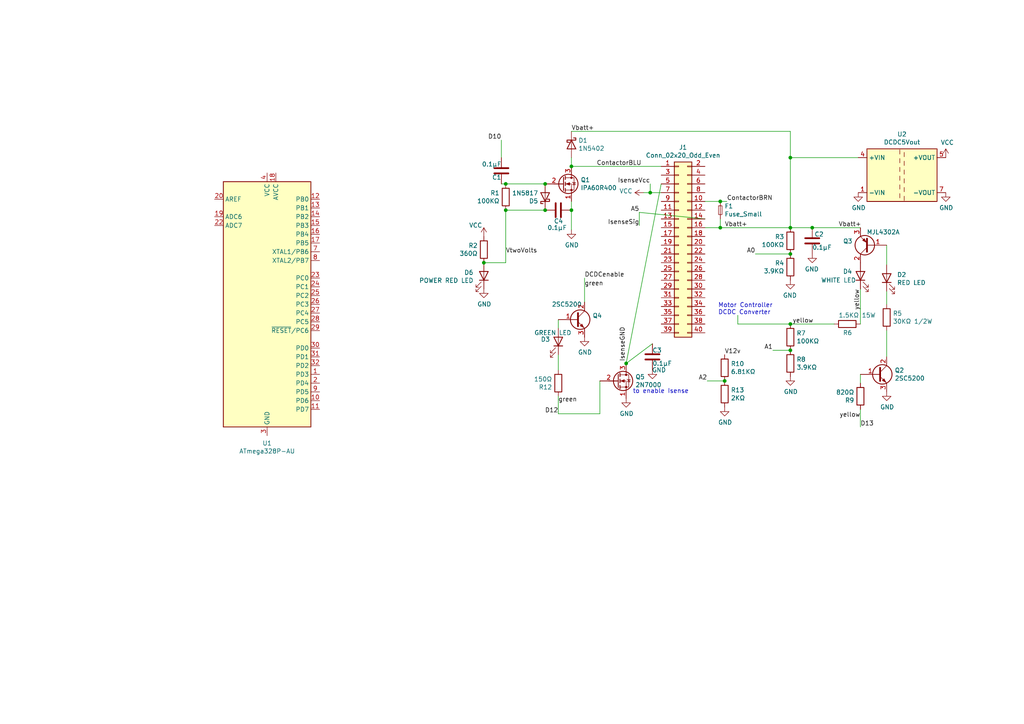
<source format=kicad_sch>
(kicad_sch (version 20230121) (generator eeschema)
  (paper "A4")
  (lib_symbols
    (symbol "Connector_Generic:Conn_02x20_Odd_Even" (pin_names (offset 1.016) hide)
      (property "Reference" "J" (at 1.27 25.4 0))
      (property "Value" "Conn_02x20_Odd_Even" (at 1.27 -27.94 0))
      (symbol "Conn_02x20_Odd_Even_1_1"
        (rectangle (start -1.27 -25.273) (end 0 -25.527) (stroke (width 0.1524)))
        (rectangle (start -1.27 -22.733) (end 0 -22.987) (stroke (width 0.1524)))
        (rectangle (start -1.27 -20.193) (end 0 -20.447) (stroke (width 0.1524)))
        (rectangle (start -1.27 -17.653) (end 0 -17.907) (stroke (width 0.1524)))
        (rectangle (start -1.27 -15.113) (end 0 -15.367) (stroke (width 0.1524)))
        (rectangle (start -1.27 -12.573) (end 0 -12.827) (stroke (width 0.1524)))
        (rectangle (start -1.27 -10.033) (end 0 -10.287) (stroke (width 0.1524)))
        (rectangle (start -1.27 -7.493) (end 0 -7.747) (stroke (width 0.1524)))
        (rectangle (start -1.27 -4.953) (end 0 -5.207) (stroke (width 0.1524)))
        (rectangle (start -1.27 -2.413) (end 0 -2.667) (stroke (width 0.1524)))
        (rectangle (start -1.27 0.127) (end 0 -0.127) (stroke (width 0.1524)))
        (rectangle (start -1.27 2.667) (end 0 2.413) (stroke (width 0.1524)))
        (rectangle (start -1.27 5.207) (end 0 4.953) (stroke (width 0.1524)))
        (rectangle (start -1.27 7.747) (end 0 7.493) (stroke (width 0.1524)))
        (rectangle (start -1.27 10.287) (end 0 10.033) (stroke (width 0.1524)))
        (rectangle (start -1.27 12.827) (end 0 12.573) (stroke (width 0.1524)))
        (rectangle (start -1.27 15.367) (end 0 15.113) (stroke (width 0.1524)))
        (rectangle (start -1.27 17.907) (end 0 17.653) (stroke (width 0.1524)))
        (rectangle (start -1.27 20.447) (end 0 20.193) (stroke (width 0.1524)))
        (rectangle (start -1.27 22.987) (end 0 22.733) (stroke (width 0.1524)))
        (rectangle (start -1.27 24.13) (end 3.81 -26.67) (stroke (width 0.254)) (fill (type background)))
        (rectangle (start 3.81 -25.273) (end 2.54 -25.527) (stroke (width 0.1524)))
        (rectangle (start 3.81 -22.733) (end 2.54 -22.987) (stroke (width 0.1524)))
        (rectangle (start 3.81 -20.193) (end 2.54 -20.447) (stroke (width 0.1524)))
        (rectangle (start 3.81 -17.653) (end 2.54 -17.907) (stroke (width 0.1524)))
        (rectangle (start 3.81 -15.113) (end 2.54 -15.367) (stroke (width 0.1524)))
        (rectangle (start 3.81 -12.573) (end 2.54 -12.827) (stroke (width 0.1524)))
        (rectangle (start 3.81 -10.033) (end 2.54 -10.287) (stroke (width 0.1524)))
        (rectangle (start 3.81 -7.493) (end 2.54 -7.747) (stroke (width 0.1524)))
        (rectangle (start 3.81 -4.953) (end 2.54 -5.207) (stroke (width 0.1524)))
        (rectangle (start 3.81 -2.413) (end 2.54 -2.667) (stroke (width 0.1524)))
        (rectangle (start 3.81 0.127) (end 2.54 -0.127) (stroke (width 0.1524)))
        (rectangle (start 3.81 2.667) (end 2.54 2.413) (stroke (width 0.1524)))
        (rectangle (start 3.81 5.207) (end 2.54 4.953) (stroke (width 0.1524)))
        (rectangle (start 3.81 7.747) (end 2.54 7.493) (stroke (width 0.1524)))
        (rectangle (start 3.81 10.287) (end 2.54 10.033) (stroke (width 0.1524)))
        (rectangle (start 3.81 12.827) (end 2.54 12.573) (stroke (width 0.1524)))
        (rectangle (start 3.81 15.367) (end 2.54 15.113) (stroke (width 0.1524)))
        (rectangle (start 3.81 17.907) (end 2.54 17.653) (stroke (width 0.1524)))
        (rectangle (start 3.81 20.447) (end 2.54 20.193) (stroke (width 0.1524)))
        (rectangle (start 3.81 22.987) (end 2.54 22.733) (stroke (width 0.1524)))
        (pin passive line (at -5.08 22.86 0) (length 3.81) (name "Pin_1") (number "1"))
        (pin passive line (at 7.62 12.7 180) (length 3.81) (name "Pin_10") (number "10"))
        (pin passive line (at -5.08 10.16 0) (length 3.81) (name "Pin_11") (number "11"))
        (pin passive line (at 7.62 10.16 180) (length 3.81) (name "Pin_12") (number "12"))
        (pin passive line (at -5.08 7.62 0) (length 3.81) (name "Pin_13") (number "13"))
        (pin passive line (at 7.62 7.62 180) (length 3.81) (name "Pin_14") (number "14"))
        (pin passive line (at -5.08 5.08 0) (length 3.81) (name "Pin_15") (number "15"))
        (pin passive line (at 7.62 5.08 180) (length 3.81) (name "Pin_16") (number "16"))
        (pin passive line (at -5.08 2.54 0) (length 3.81) (name "Pin_17") (number "17"))
        (pin passive line (at 7.62 2.54 180) (length 3.81) (name "Pin_18") (number "18"))
        (pin passive line (at -5.08 0 0) (length 3.81) (name "Pin_19") (number "19"))
        (pin passive line (at 7.62 22.86 180) (length 3.81) (name "Pin_2") (number "2"))
        (pin passive line (at 7.62 0 180) (length 3.81) (name "Pin_20") (number "20"))
        (pin passive line (at -5.08 -2.54 0) (length 3.81) (name "Pin_21") (number "21"))
        (pin passive line (at 7.62 -2.54 180) (length 3.81) (name "Pin_22") (number "22"))
        (pin passive line (at -5.08 -5.08 0) (length 3.81) (name "Pin_23") (number "23"))
        (pin passive line (at 7.62 -5.08 180) (length 3.81) (name "Pin_24") (number "24"))
        (pin passive line (at -5.08 -7.62 0) (length 3.81) (name "Pin_25") (number "25"))
        (pin passive line (at 7.62 -7.62 180) (length 3.81) (name "Pin_26") (number "26"))
        (pin passive line (at -5.08 -10.16 0) (length 3.81) (name "Pin_27") (number "27"))
        (pin passive line (at 7.62 -10.16 180) (length 3.81) (name "Pin_28") (number "28"))
        (pin passive line (at -5.08 -12.7 0) (length 3.81) (name "Pin_29") (number "29"))
        (pin passive line (at -5.08 20.32 0) (length 3.81) (name "Pin_3") (number "3"))
        (pin passive line (at 7.62 -12.7 180) (length 3.81) (name "Pin_30") (number "30"))
        (pin passive line (at -5.08 -15.24 0) (length 3.81) (name "Pin_31") (number "31"))
        (pin passive line (at 7.62 -15.24 180) (length 3.81) (name "Pin_32") (number "32"))
        (pin passive line (at -5.08 -17.78 0) (length 3.81) (name "Pin_33") (number "33"))
        (pin passive line (at 7.62 -17.78 180) (length 3.81) (name "Pin_34") (number "34"))
        (pin passive line (at -5.08 -20.32 0) (length 3.81) (name "Pin_35") (number "35"))
        (pin passive line (at 7.62 -20.32 180) (length 3.81) (name "Pin_36") (number "36"))
        (pin passive line (at -5.08 -22.86 0) (length 3.81) (name "Pin_37") (number "37"))
        (pin passive line (at 7.62 -22.86 180) (length 3.81) (name "Pin_38") (number "38"))
        (pin passive line (at -5.08 -25.4 0) (length 3.81) (name "Pin_39") (number "39"))
        (pin passive line (at 7.62 20.32 180) (length 3.81) (name "Pin_4") (number "4"))
        (pin passive line (at 7.62 -25.4 180) (length 3.81) (name "Pin_40") (number "40"))
        (pin passive line (at -5.08 17.78 0) (length 3.81) (name "Pin_5") (number "5"))
        (pin passive line (at 7.62 17.78 180) (length 3.81) (name "Pin_6") (number "6"))
        (pin passive line (at -5.08 15.24 0) (length 3.81) (name "Pin_7") (number "7"))
        (pin passive line (at 7.62 15.24 180) (length 3.81) (name "Pin_8") (number "8"))
        (pin passive line (at -5.08 12.7 0) (length 3.81) (name "Pin_9") (number "9"))
      )
    )
    (symbol "Device:C" (pin_numbers hide) (pin_names (offset 0.254))
      (property "Reference" "C" (at 0.635 2.54 0))
      (property "Value" "C" (at 0.635 -2.54 0))
      (symbol "C_0_1"
        (polyline (pts (xy -2.032 -0.762) (xy 2.032 -0.762)) (stroke (width 0.508)))
        (polyline (pts (xy -2.032 0.762) (xy 2.032 0.762)) (stroke (width 0.508)))
      )
      (symbol "C_1_1"
        (pin passive line (at 0 3.81 270) (length 2.794) (name "~") (number "1"))
        (pin passive line (at 0 -3.81 90) (length 2.794) (name "~") (number "2"))
      )
    )
    (symbol "Device:D_Schottky" (pin_numbers hide) (pin_names (offset 1.016) hide)
      (property "Reference" "D" (at 0 2.54 0))
      (property "Value" "D_Schottky" (at 0 -2.54 0))
      (symbol "D_Schottky_0_1"
        (polyline (pts (xy 1.27 0) (xy -1.27 0)))
        (polyline (pts (xy 1.27 1.27) (xy 1.27 -1.27) (xy -1.27 0) (xy 1.27 1.27)) (stroke (width 0.254)))
        (polyline (pts (xy -1.905 0.635) (xy -1.905 1.27) (xy -1.27 1.27) (xy -1.27 -1.27) (xy -0.635 -1.27) (xy -0.635 -0.635)) (stroke (width 0.254)))
      )
      (symbol "D_Schottky_1_1"
        (pin passive line (at -3.81 0 0) (length 2.54) (name "K") (number "1"))
        (pin passive line (at 3.81 0 180) (length 2.54) (name "A") (number "2"))
      )
    )
    (symbol "Device:Fuse_Small" (pin_numbers hide) (pin_names (offset 0.254) hide)
      (property "Reference" "F" (at 0 -1.524 0))
      (property "Value" "Fuse_Small" (at 0 1.524 0))
      (symbol "Fuse_Small_0_1"
        (rectangle (start -1.27 0.508) (end 1.27 -0.508))
        (polyline (pts (xy -1.27 0) (xy 1.27 0)))
      )
      (symbol "Fuse_Small_1_1"
        (pin passive line (at -2.54 0 0) (length 1.27) (name "~") (number "1"))
        (pin passive line (at 2.54 0 180) (length 1.27) (name "~") (number "2"))
      )
    )
    (symbol "Device:LED" (pin_numbers hide) (pin_names (offset 1.016) hide)
      (property "Reference" "D" (at 0 2.54 0))
      (property "Value" "LED" (at 0 -2.54 0))
      (symbol "LED_0_1"
        (polyline (pts (xy -1.27 -1.27) (xy -1.27 1.27)) (stroke (width 0.254)))
        (polyline (pts (xy -1.27 0) (xy 1.27 0)))
        (polyline (pts (xy 1.27 -1.27) (xy 1.27 1.27) (xy -1.27 0) (xy 1.27 -1.27)) (stroke (width 0.254)))
        (polyline (pts (xy -3.048 -0.762) (xy -4.572 -2.286) (xy -3.81 -2.286) (xy -4.572 -2.286) (xy -4.572 -1.524)))
        (polyline (pts (xy -1.778 -0.762) (xy -3.302 -2.286) (xy -2.54 -2.286) (xy -3.302 -2.286) (xy -3.302 -1.524)))
      )
      (symbol "LED_1_1"
        (pin passive line (at -3.81 0 0) (length 2.54) (name "K") (number "1"))
        (pin passive line (at 3.81 0 180) (length 2.54) (name "A") (number "2"))
      )
    )
    (symbol "Device:Q_NMOS_SGD" (pin_names (offset 0) hide)
      (property "Reference" "Q" (at 5.08 1.27 0))
      (property "Value" "Q_NMOS_SGD" (at 5.08 -1.27 0))
      (symbol "Q_NMOS_SGD_0_1"
        (polyline (pts (xy 0.254 0) (xy -2.54 0)))
        (polyline (pts (xy 0.254 1.905) (xy 0.254 -1.905)) (stroke (width 0.254)))
        (polyline (pts (xy 0.762 -1.27) (xy 0.762 -2.286)) (stroke (width 0.254)))
        (polyline (pts (xy 0.762 0.508) (xy 0.762 -0.508)) (stroke (width 0.254)))
        (polyline (pts (xy 0.762 2.286) (xy 0.762 1.27)) (stroke (width 0.254)))
        (polyline (pts (xy 2.54 2.54) (xy 2.54 1.778)))
        (polyline (pts (xy 2.54 -2.54) (xy 2.54 0) (xy 0.762 0)))
        (polyline (pts (xy 0.762 -1.778) (xy 3.302 -1.778) (xy 3.302 1.778) (xy 0.762 1.778)))
        (polyline (pts (xy 1.016 0) (xy 2.032 0.381) (xy 2.032 -0.381) (xy 1.016 0)) (fill (type outline)))
        (polyline (pts (xy 2.794 0.508) (xy 2.921 0.381) (xy 3.683 0.381) (xy 3.81 0.254)))
        (polyline (pts (xy 3.302 0.381) (xy 2.921 -0.254) (xy 3.683 -0.254) (xy 3.302 0.381)))
        (circle (center 1.651 0) (radius 2.794) (stroke (width 0.254)))
        (circle (center 2.54 -1.778) (radius 0.254) (fill (type outline)))
        (circle (center 2.54 1.778) (radius 0.254) (fill (type outline)))
      )
      (symbol "Q_NMOS_SGD_1_1"
        (pin passive line (at 2.54 -5.08 90) (length 2.54) (name "S") (number "1"))
        (pin input line (at -5.08 0 0) (length 5.08) (name "G") (number "2"))
        (pin passive line (at 2.54 5.08 270) (length 2.54) (name "D") (number "3"))
      )
    )
    (symbol "Device:R" (pin_numbers hide) (pin_names (offset 0))
      (property "Reference" "R" (at 2.032 0 90))
      (property "Value" "R" (at 0 0 90))
      (symbol "R_0_1"
        (rectangle (start -1.016 -2.54) (end 1.016 2.54) (stroke (width 0.254)))
      )
      (symbol "R_1_1"
        (pin passive line (at 0 3.81 270) (length 1.27) (name "~") (number "1"))
        (pin passive line (at 0 -3.81 90) (length 1.27) (name "~") (number "2"))
      )
    )
    (symbol "Regulator_Switching:CRE1S0505DC"
      (property "Reference" "U" (at -8.89 8.89 0))
      (property "Value" "CRE1S0505DC" (at 2.54 8.89 0))
      (symbol "CRE1S0505DC_0_1"
        (rectangle (start -10.16 7.62) (end 10.16 -7.62) (stroke (width 0.254)) (fill (type background)))
        (polyline (pts (xy -0.635 -5.334) (xy -0.635 -6.604)))
        (polyline (pts (xy -0.635 -2.794) (xy -0.635 -4.064)))
        (polyline (pts (xy -0.635 -0.254) (xy -0.635 -1.524)))
        (polyline (pts (xy -0.635 2.286) (xy -0.635 1.016)))
        (polyline (pts (xy -0.635 4.826) (xy -0.635 3.556)))
        (polyline (pts (xy -0.635 7.366) (xy -0.635 6.096)))
        (polyline (pts (xy 0.635 -7.366) (xy 0.635 -6.096)))
        (polyline (pts (xy 0.635 -4.826) (xy 0.635 -3.556)))
        (polyline (pts (xy 0.635 -2.286) (xy 0.635 -1.016)))
        (polyline (pts (xy 0.635 0.254) (xy 0.635 1.524)))
        (polyline (pts (xy 0.635 2.794) (xy 0.635 4.064)))
        (polyline (pts (xy 0.635 5.334) (xy 0.635 6.604)))
      )
      (symbol "CRE1S0505DC_1_1"
        (pin power_in line (at -12.7 -5.08 0) (length 2.54) (name "-VIN") (number "1"))
        (pin power_in line (at -12.7 5.08 0) (length 2.54) (name "+VIN") (number "4"))
        (pin power_out line (at 12.7 5.08 180) (length 2.54) (name "+VOUT") (number "5"))
        (pin power_out line (at 12.7 -5.08 180) (length 2.54) (name "-VOUT") (number "7"))
      )
    )
    (symbol "Transistor_BJT:BCP51" (pin_names (offset 0) hide)
      (property "Reference" "Q" (at 5.08 1.905 0))
      (property "Value" "BCP51" (at 5.08 0 0))
      (symbol "BCP51_0_1"
        (polyline (pts (xy 0 0) (xy 0.635 0)))
        (polyline (pts (xy 2.54 -2.54) (xy 0.635 -0.635)))
        (polyline (pts (xy 2.54 2.54) (xy 0.635 0.635)))
        (polyline (pts (xy 0.635 1.905) (xy 0.635 -1.905) (xy 0.635 -1.905)) (stroke (width 0.508)) (fill (type outline)))
        (polyline (pts (xy 1.397 -1.905) (xy 1.905 -1.397) (xy 0.889 -0.889) (xy 1.397 -1.905) (xy 1.397 -1.905)) (fill (type outline)))
        (circle (center 1.27 0) (radius 2.8194) (stroke (width 0.254)))
      )
      (symbol "BCP51_1_1"
        (pin input line (at -5.08 0 0) (length 5.08) (name "B") (number "1"))
        (pin passive line (at 2.54 5.08 270) (length 2.54) (name "C") (number "2"))
        (pin passive line (at 2.54 -5.08 90) (length 2.54) (name "E") (number "3"))
      )
    )
    (symbol "Transistor_BJT:BCX56" (pin_names (offset 0) hide)
      (property "Reference" "Q" (at 5.08 1.905 0))
      (property "Value" "BCX56" (at 5.08 0 0))
      (symbol "BCX56_0_1"
        (polyline (pts (xy 0.635 0.635) (xy 2.54 2.54)))
        (polyline (pts (xy 0.635 -0.635) (xy 2.54 -2.54) (xy 2.54 -2.54)))
        (polyline (pts (xy 0.635 1.905) (xy 0.635 -1.905) (xy 0.635 -1.905)) (stroke (width 0.508)))
        (polyline (pts (xy 1.27 -1.778) (xy 1.778 -1.27) (xy 2.286 -2.286) (xy 1.27 -1.778) (xy 1.27 -1.778)) (fill (type outline)))
        (circle (center 1.27 0) (radius 2.8194) (stroke (width 0.254)))
      )
      (symbol "BCX56_1_1"
        (pin input line (at -5.08 0 0) (length 5.715) (name "B") (number "1"))
        (pin passive line (at 2.54 5.08 270) (length 2.54) (name "C") (number "2"))
        (pin passive line (at 2.54 -5.08 90) (length 2.54) (name "E") (number "3"))
      )
    )
    (symbol "power:GND" (power) (pin_names (offset 0))
      (property "Value" "GND" (at 0 -3.81 0))
      (symbol "GND_0_1"
        (polyline (pts (xy 0 0) (xy 0 -1.27) (xy 1.27 -1.27) (xy 0 -2.54) (xy -1.27 -1.27) (xy 0 -1.27)))
      )
      (symbol "GND_1_1"
        (pin power_in line (at 0 0 270) (length 0) hide (name "GND") (number "1"))
      )
    )
    (symbol "power:VCC" (power) (pin_names (offset 0))
      (property "Value" "VCC" (at 0 3.81 0))
      (symbol "VCC_0_1"
        (polyline (pts (xy -0.762 1.27) (xy 0 2.54)))
        (polyline (pts (xy 0 0) (xy 0 2.54)))
        (polyline (pts (xy 0 2.54) (xy 0.762 1.27)))
      )
      (symbol "VCC_1_1"
        (pin power_in line (at 0 0 90) (length 0) hide (name "VCC") (number "1"))
      )
    )
    (symbol "precharger-rescue:ATmega328P-AU-MCU_Microchip_ATmega"
      (property "Reference" "U" (at -12.7 36.83 0))
      (property "Value" "MCU_Microchip_ATmega:ATmega328P-AU" (at 2.54 -36.83 0))
      (symbol "ATmega328P-AU-MCU_Microchip_ATmega_0_1"
        (rectangle (start -12.7 -35.56) (end 12.7 35.56) (stroke (width 0.254)) (fill (type background)))
      )
      (symbol "ATmega328P-AU-MCU_Microchip_ATmega_1_1"
        (pin bidirectional line (at 15.24 -20.32 180) (length 2.54) (name "PD3") (number "1"))
        (pin bidirectional line (at 15.24 -27.94 180) (length 2.54) (name "PD6") (number "10"))
        (pin bidirectional line (at 15.24 -30.48 180) (length 2.54) (name "PD7") (number "11"))
        (pin bidirectional line (at 15.24 30.48 180) (length 2.54) (name "PB0") (number "12"))
        (pin bidirectional line (at 15.24 27.94 180) (length 2.54) (name "PB1") (number "13"))
        (pin bidirectional line (at 15.24 25.4 180) (length 2.54) (name "PB2") (number "14"))
        (pin bidirectional line (at 15.24 22.86 180) (length 2.54) (name "PB3") (number "15"))
        (pin bidirectional line (at 15.24 20.32 180) (length 2.54) (name "PB4") (number "16"))
        (pin bidirectional line (at 15.24 17.78 180) (length 2.54) (name "PB5") (number "17"))
        (pin power_in line (at 2.54 38.1 270) (length 2.54) (name "AVCC") (number "18"))
        (pin input line (at -15.24 25.4 0) (length 2.54) (name "ADC6") (number "19"))
        (pin bidirectional line (at 15.24 -22.86 180) (length 2.54) (name "PD4") (number "2"))
        (pin input line (at -15.24 30.48 0) (length 2.54) (name "AREF") (number "20"))
        (pin passive line (at 0 -38.1 90) (length 2.54) hide (name "GND") (number "21"))
        (pin input line (at -15.24 22.86 0) (length 2.54) (name "ADC7") (number "22"))
        (pin bidirectional line (at 15.24 7.62 180) (length 2.54) (name "PC0") (number "23"))
        (pin bidirectional line (at 15.24 5.08 180) (length 2.54) (name "PC1") (number "24"))
        (pin bidirectional line (at 15.24 2.54 180) (length 2.54) (name "PC2") (number "25"))
        (pin bidirectional line (at 15.24 0 180) (length 2.54) (name "PC3") (number "26"))
        (pin bidirectional line (at 15.24 -2.54 180) (length 2.54) (name "PC4") (number "27"))
        (pin bidirectional line (at 15.24 -5.08 180) (length 2.54) (name "PC5") (number "28"))
        (pin bidirectional line (at 15.24 -7.62 180) (length 2.54) (name "~{RESET}/PC6") (number "29"))
        (pin power_in line (at 0 -38.1 90) (length 2.54) (name "GND") (number "3"))
        (pin bidirectional line (at 15.24 -12.7 180) (length 2.54) (name "PD0") (number "30"))
        (pin bidirectional line (at 15.24 -15.24 180) (length 2.54) (name "PD1") (number "31"))
        (pin bidirectional line (at 15.24 -17.78 180) (length 2.54) (name "PD2") (number "32"))
        (pin power_in line (at 0 38.1 270) (length 2.54) (name "VCC") (number "4"))
        (pin passive line (at 0 -38.1 90) (length 2.54) hide (name "GND") (number "5"))
        (pin passive line (at 0 38.1 270) (length 2.54) hide (name "VCC") (number "6"))
        (pin bidirectional line (at 15.24 15.24 180) (length 2.54) (name "XTAL1/PB6") (number "7"))
        (pin bidirectional line (at 15.24 12.7 180) (length 2.54) (name "XTAL2/PB7") (number "8"))
        (pin bidirectional line (at 15.24 -25.4 180) (length 2.54) (name "PD5") (number "9"))
      )
    )
  )
  (junction (at 229.235 93.98))
  (junction (at 158.115 53.34))
  (junction (at 146.685 60.96))
  (junction (at 181.61 105.41))
  (junction (at 210.185 110.49))
  (junction (at 140.335 76.2))
  (junction (at 188.595 55.88))
  (junction (at 165.735 60.96))
  (junction (at 235.585 66.04))
  (junction (at 208.915 58.42))
  (junction (at 229.235 73.66))
  (junction (at 158.115 60.96))
  (junction (at 229.235 66.04))
  (junction (at 208.915 66.04))
  (junction (at 229.235 45.72))
  (junction (at 165.735 48.26))
  (junction (at 146.685 53.34))
  (junction (at 229.235 101.6))
  (wire (pts (xy 208.915 66.04) (xy 229.235 66.04)))
  (wire (pts (xy 208.915 66.04) (xy 204.47 66.04)))
  (wire (pts (xy 257.175 71.12) (xy 257.175 76.835)))
  (wire (pts (xy 158.115 60.96) (xy 146.685 60.96)))
  (wire (pts (xy 169.545 80.645) (xy 169.545 87.63)))
  (wire (pts (xy 213.995 91.44) (xy 213.995 93.98)))
  (wire (pts (xy 235.585 66.04) (xy 229.235 66.04)))
  (wire (pts (xy 229.235 101.6) (xy 224.155 101.6)))
  (wire (pts (xy 208.915 63.5) (xy 208.915 66.04)))
  (wire (pts (xy 173.99 120.015) (xy 161.925 120.015)))
  (wire (pts (xy 229.235 45.72) (xy 229.235 66.04)))
  (wire (pts (xy 165.735 48.26) (xy 191.77 48.26)))
  (wire (pts (xy 249.555 108.585) (xy 249.555 111.125)))
  (wire (pts (xy 188.595 55.88) (xy 191.77 55.88)))
  (wire (pts (xy 213.995 93.98) (xy 229.235 93.98)))
  (wire (pts (xy 161.925 120.015) (xy 161.925 114.935)))
  (wire (pts (xy 165.735 48.26) (xy 165.735 45.72)))
  (wire (pts (xy 146.685 60.96) (xy 146.685 76.2)))
  (wire (pts (xy 257.175 95.885) (xy 257.175 103.505)))
  (wire (pts (xy 241.935 93.98) (xy 229.235 93.98)))
  (wire (pts (xy 257.175 84.455) (xy 257.175 88.265)))
  (wire (pts (xy 146.685 76.2) (xy 140.335 76.2)))
  (wire (pts (xy 145.415 40.64) (xy 145.415 45.72)))
  (wire (pts (xy 186.69 55.88) (xy 188.595 55.88)))
  (wire (pts (xy 173.99 110.49) (xy 173.99 120.015)))
  (wire (pts (xy 249.555 83.82) (xy 249.555 93.98)))
  (wire (pts (xy 165.735 66.675) (xy 165.735 60.96)))
  (wire (pts (xy 229.235 73.66) (xy 219.075 73.66)))
  (wire (pts (xy 185.42 61.595) (xy 185.42 65.405)))
  (wire (pts (xy 165.735 38.1) (xy 229.235 38.1)))
  (wire (pts (xy 181.61 105.41) (xy 191.77 53.34)))
  (wire (pts (xy 145.415 53.34) (xy 146.685 53.34)))
  (wire (pts (xy 210.185 110.49) (xy 205.105 110.49)))
  (wire (pts (xy 185.42 61.595) (xy 204.47 63.5)))
  (wire (pts (xy 210.82 58.42) (xy 208.915 58.42)))
  (wire (pts (xy 161.925 107.315) (xy 161.925 102.87)))
  (wire (pts (xy 229.235 38.1) (xy 229.235 45.72)))
  (wire (pts (xy 188.595 53.34) (xy 188.595 55.88)))
  (wire (pts (xy 208.915 58.42) (xy 204.47 58.42)))
  (wire (pts (xy 189.23 99.695) (xy 181.61 105.41)))
  (wire (pts (xy 248.92 45.72) (xy 229.235 45.72)))
  (wire (pts (xy 165.735 60.96) (xy 165.735 58.42)))
  (wire (pts (xy 146.685 53.34) (xy 158.115 53.34)))
  (wire (pts (xy 161.925 92.71) (xy 161.925 95.25)))
  (wire (pts (xy 249.555 123.825) (xy 249.555 118.745)))
  (wire (pts (xy 249.555 66.04) (xy 235.585 66.04)))
  (text "to enable Isense" (at 183.515 114.3 0) (effects (font (size 1.27 1.27)) (justify left bottom)))
  (text "Motor Controller\nDCDC Converter" (at 208.28 91.44 0) (effects (font (size 1.27 1.27)) (justify left bottom)))
  (label "DCDCenable" (at 169.545 80.645 0))
  (label "A1" (at 224.155 101.6 180))
  (label "A2" (at 205.105 110.49 180))
  (label "D13" (at 249.555 123.825 0))
  (label "A5" (at 185.42 61.595 180))
  (label "green" (at 169.545 83.185 0))
  (label "A0" (at 219.075 73.66 180))
  (label "IsenseVcc" (at 188.595 53.34 180))
  (label "Vbatt+" (at 210.185 66.04 0))
  (label "ContactorBRN" (at 210.82 58.42 0))
  (label "IsenseGND" (at 181.61 104.775 90))
  (label "yellow" (at 229.87 93.98 0))
  (label "yellow" (at 249.555 83.82 270))
  (label "Vbatt+" (at 243.205 66.04 0))
  (label "D10" (at 145.415 40.64 180))
  (label "D12" (at 161.925 120.015 180))
  (label "V12v" (at 210.185 102.87 0))
  (label "ContactorBLU" (at 186.055 48.26 180))
  (label "green" (at 161.925 116.84 0))
  (label "IsenseSig" (at 185.42 65.405 180))
  (label "VtwoVolts" (at 146.685 73.66 0))
  (label "Vbatt+" (at 165.735 38.1 0))
  (label "yellow" (at 249.555 121.285 180))
  (symbol (lib_id "precharger-rescue:ATmega328P-AU-MCU_Microchip_ATmega") (at 77.47 88.265 0) (unit 1)
    (property "Reference" "U1" (at 77.47 128.5494 0))
    (property "Value" "ATmega328P-AU" (at 77.47 130.8608 0))
    (property "Footprint" "Package_QFP:TQFP-32_7x7mm_P0.8mm" (effects hide))
    (property "Datasheet" "http://ww1.microchip.com/downloads/en/DeviceDoc/atmel-8271-8-bit-avr-microcontroller-atmega48a-48pa-88a-88pa-168a-168pa-328-328p_datasheet.pdf" (effects hide))
  )
  (symbol (lib_id "Connector_Generic:Conn_02x20_Odd_Even") (at 196.85 71.12 0) (unit 1)
    (property "Reference" "J1" (at 198.12 42.7482 0))
    (property "Value" "Conn_02x20_Odd_Even" (at 198.12 45.0596 0))
  )
  (symbol (lib_id "Device:R") (at 229.235 97.79 0) (unit 1)
    (property "Reference" "R7" (at 231.013 96.6216 0) (effects (justify left)))
    (property "Value" "100KΩ" (at 231.013 98.933 0) (effects (justify left)))
  )
  (symbol (lib_id "Device:R") (at 229.235 105.41 0) (unit 1)
    (property "Reference" "R8" (at 231.013 104.2416 0) (effects (justify left)))
    (property "Value" "3.9KΩ" (at 231.013 106.553 0) (effects (justify left)))
  )
  (symbol (lib_id "power:GND") (at 229.235 109.22 0) (unit 1)
    (property "Reference" "#PWR03" (effects hide))
    (property "Value" "GND" (at 229.362 113.6142 0))
  )
  (symbol (lib_id "Device:R") (at 229.235 69.85 0) (mirror y) (unit 1)
    (property "Reference" "R3" (at 227.457 68.6816 0) (effects (justify left)))
    (property "Value" "100KΩ" (at 227.457 70.993 0) (effects (justify left)))
  )
  (symbol (lib_id "Device:R") (at 229.235 77.47 0) (mirror y) (unit 1)
    (property "Reference" "R4" (at 227.457 76.3016 0) (effects (justify left)))
    (property "Value" "3.9KΩ" (at 227.457 78.613 0) (effects (justify left)))
  )
  (symbol (lib_id "power:GND") (at 229.235 81.28 0) (mirror y) (unit 1)
    (property "Reference" "#PWR02" (effects hide))
    (property "Value" "GND" (at 229.108 85.6742 0))
  )
  (symbol (lib_id "Device:R") (at 210.185 106.68 0) (unit 1)
    (property "Reference" "R10" (at 211.963 105.5116 0) (effects (justify left)))
    (property "Value" "6.81KΩ" (at 211.963 107.823 0) (effects (justify left)))
  )
  (symbol (lib_id "Device:R") (at 210.185 114.3 0) (unit 1)
    (property "Reference" "R13" (at 211.963 113.1316 0) (effects (justify left)))
    (property "Value" "2KΩ" (at 211.963 115.443 0) (effects (justify left)))
  )
  (symbol (lib_id "power:GND") (at 210.185 118.11 0) (unit 1)
    (property "Reference" "#PWR06" (effects hide))
    (property "Value" "GND" (at 210.312 122.5042 0))
  )
  (symbol (lib_id "Device:Fuse_Small") (at 208.915 60.96 270) (unit 1)
    (property "Reference" "F1" (at 210.1342 59.7916 90) (effects (justify left)))
    (property "Value" "Fuse_Small" (at 210.1342 62.103 90) (effects (justify left)))
  )
  (symbol (lib_id "Device:D_Schottky") (at 165.735 41.91 270) (unit 1)
    (property "Reference" "D1" (at 167.7416 40.7416 90) (effects (justify left)))
    (property "Value" "1N5402" (at 167.7416 43.053 90) (effects (justify left)))
  )
  (symbol (lib_id "Transistor_BJT:BCX56") (at 254.635 108.585 0) (unit 1)
    (property "Reference" "Q2" (at 259.4864 107.4166 0) (effects (justify left)))
    (property "Value" "2SC5200" (at 259.4864 109.728 0) (effects (justify left)))
    (property "Footprint" "Package_TO_SOT_SMD:SOT-89-3" (effects hide))
    (property "Datasheet" "http://cache.nxp.com/documents/data_sheet/BCP56_BCX56_BC56PA.pdf?pspll=1" (effects hide))
  )
  (symbol (lib_id "power:GND") (at 257.175 113.665 0) (unit 1)
    (property "Reference" "#PWR04" (effects hide))
    (property "Value" "GND" (at 257.302 118.0592 0))
  )
  (symbol (lib_id "Transistor_BJT:BCP51") (at 252.095 71.12 180) (unit 1)
    (property "Reference" "Q3" (at 247.269 69.9516 0) (effects (justify left)))
    (property "Value" "MJL4302A" (at 260.985 67.31 0) (effects (justify left)))
    (property "Footprint" "Package_TO_SOT_SMD:SOT-223" (effects hide))
    (property "Datasheet" "http://www.fairchildsemi.com/ds/BC/BCP51.pdf" (effects hide))
  )
  (symbol (lib_id "Device:R") (at 257.175 92.075 0) (unit 1)
    (property "Reference" "R5" (at 258.953 90.9066 0) (effects (justify left)))
    (property "Value" "30KΩ 1/2W" (at 258.953 93.218 0) (effects (justify left)))
  )
  (symbol (lib_id "Device:R") (at 245.745 93.98 270) (unit 1)
    (property "Reference" "R6" (at 244.475 96.52 90) (effects (justify left)))
    (property "Value" "1.5KΩ 15W" (at 243.205 91.44 90) (effects (justify left)))
  )
  (symbol (lib_id "Device:R") (at 249.555 114.935 180) (unit 1)
    (property "Reference" "R9" (at 247.777 116.1034 0) (effects (justify left)))
    (property "Value" "820Ω" (at 247.777 113.792 0) (effects (justify left)))
  )
  (symbol (lib_id "Transistor_BJT:BCX56") (at 167.005 92.71 0) (unit 1)
    (property "Reference" "Q4" (at 171.8564 91.5416 0) (effects (justify left)))
    (property "Value" "2SC5200" (at 160.02 88.265 0) (effects (justify left)))
    (property "Footprint" "Package_TO_SOT_SMD:SOT-89-3" (effects hide))
    (property "Datasheet" "http://cache.nxp.com/documents/data_sheet/BCP56_BCX56_BC56PA.pdf?pspll=1" (effects hide))
  )
  (symbol (lib_id "power:GND") (at 169.545 97.79 0) (unit 1)
    (property "Reference" "#PWR05" (effects hide))
    (property "Value" "GND" (at 169.672 102.1842 0))
  )
  (symbol (lib_id "Device:R") (at 161.925 111.125 180) (unit 1)
    (property "Reference" "R12" (at 160.147 112.2934 0) (effects (justify left)))
    (property "Value" "150Ω" (at 160.147 109.982 0) (effects (justify left)))
  )
  (symbol (lib_id "power:VCC") (at 186.69 55.88 90) (unit 1)
    (property "Reference" "#PWR09" (effects hide))
    (property "Value" "VCC" (at 183.4642 55.4228 90) (effects (justify left)))
  )
  (symbol (lib_id "Device:LED") (at 257.175 80.645 90) (unit 1)
    (property "Reference" "D2" (at 260.1722 79.6798 90) (effects (justify right)))
    (property "Value" "RED LED" (at 260.1722 81.9912 90) (effects (justify right)))
  )
  (symbol (lib_id "Regulator_Switching:CRE1S0505DC") (at 261.62 50.8 0) (unit 1)
    (property "Reference" "U2" (at 261.62 38.9382 0))
    (property "Value" "DCDC5Vout" (at 261.62 41.2496 0))
    (property "Footprint" "Converters_DCDC_ACDC:DCDC-Conv_muRata_CRE1xxxxxxDC" (effects hide))
    (property "Datasheet" "http://power.murata.com/datasheet?/data/power/ncl/kdc_cre1.pdf" (effects hide))
  )
  (symbol (lib_id "power:GND") (at 248.92 55.88 0) (unit 1)
    (property "Reference" "#PWR010" (effects hide))
    (property "Value" "GND" (at 249.047 60.2742 0))
  )
  (symbol (lib_id "power:GND") (at 274.32 55.88 0) (unit 1)
    (property "Reference" "#PWR011" (effects hide))
    (property "Value" "GND" (at 274.447 60.2742 0))
  )
  (symbol (lib_id "power:VCC") (at 274.32 45.72 0) (unit 1)
    (property "Reference" "#PWR07" (effects hide))
    (property "Value" "VCC" (at 274.7518 41.3258 0))
  )
  (symbol (lib_id "Device:LED") (at 161.925 99.06 270) (mirror x) (unit 1)
    (property "Reference" "D3" (at 156.845 98.425 90) (effects (justify left)))
    (property "Value" "GREEN LED" (at 154.94 96.52 90) (effects (justify left)))
  )
  (symbol (lib_id "Device:C") (at 235.585 69.85 0) (unit 1)
    (property "Reference" "C2" (at 236.22 67.945 0) (effects (justify left)))
    (property "Value" "0.1μF" (at 235.585 71.755 0) (effects (justify left)))
  )
  (symbol (lib_id "power:GND") (at 235.585 73.66 0) (mirror y) (unit 1)
    (property "Reference" "#PWR013" (effects hide))
    (property "Value" "GND" (at 235.458 78.0542 0))
  )
  (symbol (lib_id "Device:LED") (at 249.555 80.01 90) (unit 1)
    (property "Reference" "D4" (at 244.475 78.74 90) (effects (justify right)))
    (property "Value" "WHITE LED" (at 238.125 81.28 90) (effects (justify right)))
  )
  (symbol (lib_id "Device:Q_NMOS_SGD") (at 179.07 110.49 0) (unit 1)
    (property "Reference" "Q5" (at 184.277 109.3216 0) (effects (justify left)))
    (property "Value" "2N7000" (at 184.277 111.633 0) (effects (justify left)))
  )
  (symbol (lib_id "power:GND") (at 181.61 115.57 0) (unit 1)
    (property "Reference" "#PWR014" (effects hide))
    (property "Value" "GND" (at 181.737 119.9642 0))
  )
  (symbol (lib_id "Device:C") (at 189.23 103.505 0) (unit 1)
    (property "Reference" "C3" (at 189.23 101.6 0) (effects (justify left)))
    (property "Value" "0.1μF" (at 189.23 105.41 0) (effects (justify left)))
  )
  (symbol (lib_id "power:GND") (at 189.23 107.315 0) (unit 1)
    (property "Reference" "#PWR08" (effects hide))
    (property "Value" "GND" (at 191.135 107.315 0))
  )
  (symbol (lib_id "Device:Q_NMOS_SGD") (at 163.195 53.34 0) (unit 1)
    (property "Reference" "Q1" (at 168.402 52.1716 0) (effects (justify left)))
    (property "Value" "IPA60R400" (at 168.402 54.483 0) (effects (justify left)))
  )
  (symbol (lib_id "power:GND") (at 165.735 66.675 0) (unit 1)
    (property "Reference" "#PWR01" (effects hide))
    (property "Value" "GND" (at 165.862 71.0692 0))
  )
  (symbol (lib_id "Device:LED") (at 140.335 80.01 270) (mirror x) (unit 1)
    (property "Reference" "D6" (at 137.3378 79.0448 90) (effects (justify right)))
    (property "Value" "POWER RED LED" (at 137.3378 81.3562 90) (effects (justify right)))
  )
  (symbol (lib_id "power:GND") (at 140.335 83.82 0) (unit 1)
    (property "Reference" "#PWR015" (effects hide))
    (property "Value" "GND" (at 140.462 88.2142 0))
  )
  (symbol (lib_id "Device:R") (at 140.335 72.39 0) (mirror y) (unit 1)
    (property "Reference" "R2" (at 138.557 71.2216 0) (effects (justify left)))
    (property "Value" "360Ω" (at 138.557 73.533 0) (effects (justify left)))
  )
  (symbol (lib_id "power:VCC") (at 140.335 68.58 0) (mirror y) (unit 1)
    (property "Reference" "#PWR012" (effects hide))
    (property "Value" "VCC" (at 139.8778 65.3542 0) (effects (justify left)))
  )
  (symbol (lib_id "Device:C") (at 161.925 60.96 270) (unit 1)
    (property "Reference" "C4" (at 160.655 64.135 90) (effects (justify left)))
    (property "Value" "0.1μF" (at 158.75 66.04 90) (effects (justify left)))
  )
  (symbol (lib_id "Device:C") (at 145.415 49.53 180) (unit 1)
    (property "Reference" "C1" (at 145.415 51.435 0) (effects (justify left)))
    (property "Value" "0.1μF" (at 145.415 47.625 0) (effects (justify left)))
  )
  (symbol (lib_id "Device:D_Schottky") (at 158.115 57.15 90) (unit 1)
    (property "Reference" "D5" (at 156.1084 58.3184 90) (effects (justify left)))
    (property "Value" "1N5817" (at 156.1084 56.007 90) (effects (justify left)))
  )
  (symbol (lib_id "Device:R") (at 146.685 57.15 0) (mirror y) (unit 1)
    (property "Reference" "R1" (at 144.907 55.9816 0) (effects (justify left)))
    (property "Value" "100KΩ" (at 144.907 58.293 0) (effects (justify left)))
  )
)
</source>
